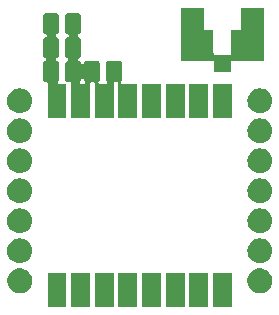
<source format=gts>
G04 #@! TF.GenerationSoftware,KiCad,Pcbnew,(5.1.4)-1*
G04 #@! TF.CreationDate,2019-10-27T13:01:12+01:00*
G04 #@! TF.ProjectId,project,70726f6a-6563-4742-9e6b-696361645f70,1b*
G04 #@! TF.SameCoordinates,Original*
G04 #@! TF.FileFunction,Soldermask,Top*
G04 #@! TF.FilePolarity,Negative*
%FSLAX46Y46*%
G04 Gerber Fmt 4.6, Leading zero omitted, Abs format (unit mm)*
G04 Created by KiCad (PCBNEW (5.1.4)-1) date 2019-10-27 13:01:12*
%MOMM*%
%LPD*%
G04 APERTURE LIST*
%ADD10C,0.100000*%
G04 APERTURE END LIST*
D10*
G36*
X135930300Y-101728200D02*
G01*
X134330300Y-101728200D01*
X134330300Y-98828200D01*
X135930300Y-98828200D01*
X135930300Y-101728200D01*
X135930300Y-101728200D01*
G37*
G36*
X133930300Y-101728200D02*
G01*
X132330300Y-101728200D01*
X132330300Y-98828200D01*
X133930300Y-98828200D01*
X133930300Y-101728200D01*
X133930300Y-101728200D01*
G37*
G36*
X121930300Y-101728200D02*
G01*
X120330300Y-101728200D01*
X120330300Y-98828200D01*
X121930300Y-98828200D01*
X121930300Y-101728200D01*
X121930300Y-101728200D01*
G37*
G36*
X123930300Y-101728200D02*
G01*
X122330300Y-101728200D01*
X122330300Y-98828200D01*
X123930300Y-98828200D01*
X123930300Y-101728200D01*
X123930300Y-101728200D01*
G37*
G36*
X125930300Y-101728200D02*
G01*
X124330300Y-101728200D01*
X124330300Y-98828200D01*
X125930300Y-98828200D01*
X125930300Y-101728200D01*
X125930300Y-101728200D01*
G37*
G36*
X127930300Y-101728200D02*
G01*
X126330300Y-101728200D01*
X126330300Y-98828200D01*
X127930300Y-98828200D01*
X127930300Y-101728200D01*
X127930300Y-101728200D01*
G37*
G36*
X129930300Y-101728200D02*
G01*
X128330300Y-101728200D01*
X128330300Y-98828200D01*
X129930300Y-98828200D01*
X129930300Y-101728200D01*
X129930300Y-101728200D01*
G37*
G36*
X131930300Y-101728200D02*
G01*
X130330300Y-101728200D01*
X130330300Y-98828200D01*
X131930300Y-98828200D01*
X131930300Y-101728200D01*
X131930300Y-101728200D01*
G37*
G36*
X118098987Y-98472227D02*
G01*
X118276574Y-98507550D01*
X118467662Y-98586702D01*
X118639636Y-98701611D01*
X118785889Y-98847864D01*
X118900798Y-99019838D01*
X118979950Y-99210926D01*
X119020300Y-99413784D01*
X119020300Y-99620616D01*
X118979950Y-99823474D01*
X118900798Y-100014562D01*
X118785889Y-100186536D01*
X118639636Y-100332789D01*
X118467662Y-100447698D01*
X118276574Y-100526850D01*
X118098987Y-100562173D01*
X118073717Y-100567200D01*
X117866883Y-100567200D01*
X117841613Y-100562173D01*
X117664026Y-100526850D01*
X117472938Y-100447698D01*
X117300964Y-100332789D01*
X117154711Y-100186536D01*
X117039802Y-100014562D01*
X116960650Y-99823474D01*
X116920300Y-99620616D01*
X116920300Y-99413784D01*
X116960650Y-99210926D01*
X117039802Y-99019838D01*
X117154711Y-98847864D01*
X117300964Y-98701611D01*
X117472938Y-98586702D01*
X117664026Y-98507550D01*
X117841613Y-98472227D01*
X117866883Y-98467200D01*
X118073717Y-98467200D01*
X118098987Y-98472227D01*
X118098987Y-98472227D01*
G37*
G36*
X138431687Y-98472227D02*
G01*
X138609274Y-98507550D01*
X138800362Y-98586702D01*
X138972336Y-98701611D01*
X139118589Y-98847864D01*
X139233498Y-99019838D01*
X139312650Y-99210926D01*
X139353000Y-99413784D01*
X139353000Y-99620616D01*
X139312650Y-99823474D01*
X139233498Y-100014562D01*
X139118589Y-100186536D01*
X138972336Y-100332789D01*
X138800362Y-100447698D01*
X138609274Y-100526850D01*
X138431687Y-100562173D01*
X138406417Y-100567200D01*
X138199583Y-100567200D01*
X138174313Y-100562173D01*
X137996726Y-100526850D01*
X137805638Y-100447698D01*
X137633664Y-100332789D01*
X137487411Y-100186536D01*
X137372502Y-100014562D01*
X137293350Y-99823474D01*
X137253000Y-99620616D01*
X137253000Y-99413784D01*
X137293350Y-99210926D01*
X137372502Y-99019838D01*
X137487411Y-98847864D01*
X137633664Y-98701611D01*
X137805638Y-98586702D01*
X137996726Y-98507550D01*
X138174313Y-98472227D01*
X138199583Y-98467200D01*
X138406417Y-98467200D01*
X138431687Y-98472227D01*
X138431687Y-98472227D01*
G37*
G36*
X138431707Y-95934797D02*
G01*
X138508836Y-95942393D01*
X138706762Y-96002433D01*
X138706765Y-96002434D01*
X138889170Y-96099932D01*
X139049055Y-96231145D01*
X139180268Y-96391030D01*
X139277766Y-96573435D01*
X139277767Y-96573438D01*
X139337807Y-96771364D01*
X139358080Y-96977200D01*
X139337807Y-97183036D01*
X139277767Y-97380962D01*
X139277766Y-97380965D01*
X139180268Y-97563370D01*
X139049055Y-97723255D01*
X138889170Y-97854468D01*
X138706765Y-97951966D01*
X138706762Y-97951967D01*
X138508836Y-98012007D01*
X138431707Y-98019603D01*
X138354580Y-98027200D01*
X138251420Y-98027200D01*
X138174293Y-98019603D01*
X138097164Y-98012007D01*
X137899238Y-97951967D01*
X137899235Y-97951966D01*
X137716830Y-97854468D01*
X137556945Y-97723255D01*
X137425732Y-97563370D01*
X137328234Y-97380965D01*
X137328233Y-97380962D01*
X137268193Y-97183036D01*
X137247920Y-96977200D01*
X137268193Y-96771364D01*
X137328233Y-96573438D01*
X137328234Y-96573435D01*
X137425732Y-96391030D01*
X137556945Y-96231145D01*
X137716830Y-96099932D01*
X137899235Y-96002434D01*
X137899238Y-96002433D01*
X138097164Y-95942393D01*
X138174293Y-95934797D01*
X138251420Y-95927200D01*
X138354580Y-95927200D01*
X138431707Y-95934797D01*
X138431707Y-95934797D01*
G37*
G36*
X118099007Y-95934797D02*
G01*
X118176136Y-95942393D01*
X118374062Y-96002433D01*
X118374065Y-96002434D01*
X118556470Y-96099932D01*
X118716355Y-96231145D01*
X118847568Y-96391030D01*
X118945066Y-96573435D01*
X118945067Y-96573438D01*
X119005107Y-96771364D01*
X119025380Y-96977200D01*
X119005107Y-97183036D01*
X118945067Y-97380962D01*
X118945066Y-97380965D01*
X118847568Y-97563370D01*
X118716355Y-97723255D01*
X118556470Y-97854468D01*
X118374065Y-97951966D01*
X118374062Y-97951967D01*
X118176136Y-98012007D01*
X118099007Y-98019603D01*
X118021880Y-98027200D01*
X117918720Y-98027200D01*
X117841593Y-98019603D01*
X117764464Y-98012007D01*
X117566538Y-97951967D01*
X117566535Y-97951966D01*
X117384130Y-97854468D01*
X117224245Y-97723255D01*
X117093032Y-97563370D01*
X116995534Y-97380965D01*
X116995533Y-97380962D01*
X116935493Y-97183036D01*
X116915220Y-96977200D01*
X116935493Y-96771364D01*
X116995533Y-96573438D01*
X116995534Y-96573435D01*
X117093032Y-96391030D01*
X117224245Y-96231145D01*
X117384130Y-96099932D01*
X117566535Y-96002434D01*
X117566538Y-96002433D01*
X117764464Y-95942393D01*
X117841593Y-95934797D01*
X117918720Y-95927200D01*
X118021880Y-95927200D01*
X118099007Y-95934797D01*
X118099007Y-95934797D01*
G37*
G36*
X118099007Y-93394796D02*
G01*
X118176136Y-93402393D01*
X118374062Y-93462433D01*
X118374065Y-93462434D01*
X118556470Y-93559932D01*
X118716355Y-93691145D01*
X118847568Y-93851030D01*
X118945066Y-94033435D01*
X118945067Y-94033438D01*
X119005107Y-94231364D01*
X119025380Y-94437200D01*
X119005107Y-94643036D01*
X118945067Y-94840962D01*
X118945066Y-94840965D01*
X118847568Y-95023370D01*
X118716355Y-95183255D01*
X118556470Y-95314468D01*
X118374065Y-95411966D01*
X118374062Y-95411967D01*
X118176136Y-95472007D01*
X118099007Y-95479603D01*
X118021880Y-95487200D01*
X117918720Y-95487200D01*
X117841593Y-95479603D01*
X117764464Y-95472007D01*
X117566538Y-95411967D01*
X117566535Y-95411966D01*
X117384130Y-95314468D01*
X117224245Y-95183255D01*
X117093032Y-95023370D01*
X116995534Y-94840965D01*
X116995533Y-94840962D01*
X116935493Y-94643036D01*
X116915220Y-94437200D01*
X116935493Y-94231364D01*
X116995533Y-94033438D01*
X116995534Y-94033435D01*
X117093032Y-93851030D01*
X117224245Y-93691145D01*
X117384130Y-93559932D01*
X117566535Y-93462434D01*
X117566538Y-93462433D01*
X117764464Y-93402393D01*
X117841593Y-93394796D01*
X117918720Y-93387200D01*
X118021880Y-93387200D01*
X118099007Y-93394796D01*
X118099007Y-93394796D01*
G37*
G36*
X138431707Y-93394796D02*
G01*
X138508836Y-93402393D01*
X138706762Y-93462433D01*
X138706765Y-93462434D01*
X138889170Y-93559932D01*
X139049055Y-93691145D01*
X139180268Y-93851030D01*
X139277766Y-94033435D01*
X139277767Y-94033438D01*
X139337807Y-94231364D01*
X139358080Y-94437200D01*
X139337807Y-94643036D01*
X139277767Y-94840962D01*
X139277766Y-94840965D01*
X139180268Y-95023370D01*
X139049055Y-95183255D01*
X138889170Y-95314468D01*
X138706765Y-95411966D01*
X138706762Y-95411967D01*
X138508836Y-95472007D01*
X138431707Y-95479603D01*
X138354580Y-95487200D01*
X138251420Y-95487200D01*
X138174293Y-95479603D01*
X138097164Y-95472007D01*
X137899238Y-95411967D01*
X137899235Y-95411966D01*
X137716830Y-95314468D01*
X137556945Y-95183255D01*
X137425732Y-95023370D01*
X137328234Y-94840965D01*
X137328233Y-94840962D01*
X137268193Y-94643036D01*
X137247920Y-94437200D01*
X137268193Y-94231364D01*
X137328233Y-94033438D01*
X137328234Y-94033435D01*
X137425732Y-93851030D01*
X137556945Y-93691145D01*
X137716830Y-93559932D01*
X137899235Y-93462434D01*
X137899238Y-93462433D01*
X138097164Y-93402393D01*
X138174293Y-93394796D01*
X138251420Y-93387200D01*
X138354580Y-93387200D01*
X138431707Y-93394796D01*
X138431707Y-93394796D01*
G37*
G36*
X118099007Y-90854797D02*
G01*
X118176136Y-90862393D01*
X118374062Y-90922433D01*
X118374065Y-90922434D01*
X118556470Y-91019932D01*
X118716355Y-91151145D01*
X118847568Y-91311030D01*
X118945066Y-91493435D01*
X118945067Y-91493438D01*
X119005107Y-91691364D01*
X119025380Y-91897200D01*
X119005107Y-92103036D01*
X118945067Y-92300962D01*
X118945066Y-92300965D01*
X118847568Y-92483370D01*
X118716355Y-92643255D01*
X118556470Y-92774468D01*
X118374065Y-92871966D01*
X118374062Y-92871967D01*
X118176136Y-92932007D01*
X118099007Y-92939603D01*
X118021880Y-92947200D01*
X117918720Y-92947200D01*
X117841593Y-92939603D01*
X117764464Y-92932007D01*
X117566538Y-92871967D01*
X117566535Y-92871966D01*
X117384130Y-92774468D01*
X117224245Y-92643255D01*
X117093032Y-92483370D01*
X116995534Y-92300965D01*
X116995533Y-92300962D01*
X116935493Y-92103036D01*
X116915220Y-91897200D01*
X116935493Y-91691364D01*
X116995533Y-91493438D01*
X116995534Y-91493435D01*
X117093032Y-91311030D01*
X117224245Y-91151145D01*
X117384130Y-91019932D01*
X117566535Y-90922434D01*
X117566538Y-90922433D01*
X117764464Y-90862393D01*
X117841593Y-90854797D01*
X117918720Y-90847200D01*
X118021880Y-90847200D01*
X118099007Y-90854797D01*
X118099007Y-90854797D01*
G37*
G36*
X138431707Y-90854797D02*
G01*
X138508836Y-90862393D01*
X138706762Y-90922433D01*
X138706765Y-90922434D01*
X138889170Y-91019932D01*
X139049055Y-91151145D01*
X139180268Y-91311030D01*
X139277766Y-91493435D01*
X139277767Y-91493438D01*
X139337807Y-91691364D01*
X139358080Y-91897200D01*
X139337807Y-92103036D01*
X139277767Y-92300962D01*
X139277766Y-92300965D01*
X139180268Y-92483370D01*
X139049055Y-92643255D01*
X138889170Y-92774468D01*
X138706765Y-92871966D01*
X138706762Y-92871967D01*
X138508836Y-92932007D01*
X138431707Y-92939603D01*
X138354580Y-92947200D01*
X138251420Y-92947200D01*
X138174293Y-92939603D01*
X138097164Y-92932007D01*
X137899238Y-92871967D01*
X137899235Y-92871966D01*
X137716830Y-92774468D01*
X137556945Y-92643255D01*
X137425732Y-92483370D01*
X137328234Y-92300965D01*
X137328233Y-92300962D01*
X137268193Y-92103036D01*
X137247920Y-91897200D01*
X137268193Y-91691364D01*
X137328233Y-91493438D01*
X137328234Y-91493435D01*
X137425732Y-91311030D01*
X137556945Y-91151145D01*
X137716830Y-91019932D01*
X137899235Y-90922434D01*
X137899238Y-90922433D01*
X138097164Y-90862393D01*
X138174293Y-90854797D01*
X138251420Y-90847200D01*
X138354580Y-90847200D01*
X138431707Y-90854797D01*
X138431707Y-90854797D01*
G37*
G36*
X118099007Y-88314796D02*
G01*
X118176136Y-88322393D01*
X118374062Y-88382433D01*
X118374065Y-88382434D01*
X118556470Y-88479932D01*
X118716355Y-88611145D01*
X118847568Y-88771030D01*
X118945066Y-88953435D01*
X118945067Y-88953438D01*
X119005107Y-89151364D01*
X119025380Y-89357200D01*
X119005107Y-89563036D01*
X118945067Y-89760962D01*
X118945066Y-89760965D01*
X118847568Y-89943370D01*
X118716355Y-90103255D01*
X118556470Y-90234468D01*
X118374065Y-90331966D01*
X118374062Y-90331967D01*
X118176136Y-90392007D01*
X118099007Y-90399603D01*
X118021880Y-90407200D01*
X117918720Y-90407200D01*
X117841593Y-90399603D01*
X117764464Y-90392007D01*
X117566538Y-90331967D01*
X117566535Y-90331966D01*
X117384130Y-90234468D01*
X117224245Y-90103255D01*
X117093032Y-89943370D01*
X116995534Y-89760965D01*
X116995533Y-89760962D01*
X116935493Y-89563036D01*
X116915220Y-89357200D01*
X116935493Y-89151364D01*
X116995533Y-88953438D01*
X116995534Y-88953435D01*
X117093032Y-88771030D01*
X117224245Y-88611145D01*
X117384130Y-88479932D01*
X117566535Y-88382434D01*
X117566538Y-88382433D01*
X117764464Y-88322393D01*
X117841593Y-88314796D01*
X117918720Y-88307200D01*
X118021880Y-88307200D01*
X118099007Y-88314796D01*
X118099007Y-88314796D01*
G37*
G36*
X138431707Y-88314796D02*
G01*
X138508836Y-88322393D01*
X138706762Y-88382433D01*
X138706765Y-88382434D01*
X138889170Y-88479932D01*
X139049055Y-88611145D01*
X139180268Y-88771030D01*
X139277766Y-88953435D01*
X139277767Y-88953438D01*
X139337807Y-89151364D01*
X139358080Y-89357200D01*
X139337807Y-89563036D01*
X139277767Y-89760962D01*
X139277766Y-89760965D01*
X139180268Y-89943370D01*
X139049055Y-90103255D01*
X138889170Y-90234468D01*
X138706765Y-90331966D01*
X138706762Y-90331967D01*
X138508836Y-90392007D01*
X138431707Y-90399603D01*
X138354580Y-90407200D01*
X138251420Y-90407200D01*
X138174293Y-90399603D01*
X138097164Y-90392007D01*
X137899238Y-90331967D01*
X137899235Y-90331966D01*
X137716830Y-90234468D01*
X137556945Y-90103255D01*
X137425732Y-89943370D01*
X137328234Y-89760965D01*
X137328233Y-89760962D01*
X137268193Y-89563036D01*
X137247920Y-89357200D01*
X137268193Y-89151364D01*
X137328233Y-88953438D01*
X137328234Y-88953435D01*
X137425732Y-88771030D01*
X137556945Y-88611145D01*
X137716830Y-88479932D01*
X137899235Y-88382434D01*
X137899238Y-88382433D01*
X138097164Y-88322393D01*
X138174293Y-88314796D01*
X138251420Y-88307200D01*
X138354580Y-88307200D01*
X138431707Y-88314796D01*
X138431707Y-88314796D01*
G37*
G36*
X118099007Y-85774797D02*
G01*
X118176136Y-85782393D01*
X118374062Y-85842433D01*
X118374065Y-85842434D01*
X118556470Y-85939932D01*
X118716355Y-86071145D01*
X118847568Y-86231030D01*
X118945066Y-86413435D01*
X118945067Y-86413438D01*
X119005107Y-86611364D01*
X119025380Y-86817200D01*
X119005107Y-87023036D01*
X118945067Y-87220962D01*
X118945066Y-87220965D01*
X118847568Y-87403370D01*
X118716355Y-87563255D01*
X118556470Y-87694468D01*
X118374065Y-87791966D01*
X118374062Y-87791967D01*
X118176136Y-87852007D01*
X118099007Y-87859604D01*
X118021880Y-87867200D01*
X117918720Y-87867200D01*
X117841593Y-87859604D01*
X117764464Y-87852007D01*
X117566538Y-87791967D01*
X117566535Y-87791966D01*
X117384130Y-87694468D01*
X117224245Y-87563255D01*
X117093032Y-87403370D01*
X116995534Y-87220965D01*
X116995533Y-87220962D01*
X116935493Y-87023036D01*
X116915220Y-86817200D01*
X116935493Y-86611364D01*
X116995533Y-86413438D01*
X116995534Y-86413435D01*
X117093032Y-86231030D01*
X117224245Y-86071145D01*
X117384130Y-85939932D01*
X117566535Y-85842434D01*
X117566538Y-85842433D01*
X117764464Y-85782393D01*
X117841593Y-85774797D01*
X117918720Y-85767200D01*
X118021880Y-85767200D01*
X118099007Y-85774797D01*
X118099007Y-85774797D01*
G37*
G36*
X138431707Y-85774797D02*
G01*
X138508836Y-85782393D01*
X138706762Y-85842433D01*
X138706765Y-85842434D01*
X138889170Y-85939932D01*
X139049055Y-86071145D01*
X139180268Y-86231030D01*
X139277766Y-86413435D01*
X139277767Y-86413438D01*
X139337807Y-86611364D01*
X139358080Y-86817200D01*
X139337807Y-87023036D01*
X139277767Y-87220962D01*
X139277766Y-87220965D01*
X139180268Y-87403370D01*
X139049055Y-87563255D01*
X138889170Y-87694468D01*
X138706765Y-87791966D01*
X138706762Y-87791967D01*
X138508836Y-87852007D01*
X138431707Y-87859604D01*
X138354580Y-87867200D01*
X138251420Y-87867200D01*
X138174293Y-87859604D01*
X138097164Y-87852007D01*
X137899238Y-87791967D01*
X137899235Y-87791966D01*
X137716830Y-87694468D01*
X137556945Y-87563255D01*
X137425732Y-87403370D01*
X137328234Y-87220965D01*
X137328233Y-87220962D01*
X137268193Y-87023036D01*
X137247920Y-86817200D01*
X137268193Y-86611364D01*
X137328233Y-86413438D01*
X137328234Y-86413435D01*
X137425732Y-86231030D01*
X137556945Y-86071145D01*
X137716830Y-85939932D01*
X137899235Y-85842434D01*
X137899238Y-85842433D01*
X138097164Y-85782393D01*
X138174293Y-85774797D01*
X138251420Y-85767200D01*
X138354580Y-85767200D01*
X138431707Y-85774797D01*
X138431707Y-85774797D01*
G37*
G36*
X131930300Y-85728200D02*
G01*
X130330300Y-85728200D01*
X130330300Y-82828200D01*
X131930300Y-82828200D01*
X131930300Y-85728200D01*
X131930300Y-85728200D01*
G37*
G36*
X135930300Y-85728200D02*
G01*
X134330300Y-85728200D01*
X134330300Y-82828200D01*
X135930300Y-82828200D01*
X135930300Y-85728200D01*
X135930300Y-85728200D01*
G37*
G36*
X133930300Y-85728200D02*
G01*
X132330300Y-85728200D01*
X132330300Y-82828200D01*
X133930300Y-82828200D01*
X133930300Y-85728200D01*
X133930300Y-85728200D01*
G37*
G36*
X121092979Y-76857937D02*
G01*
X121145627Y-76873908D01*
X121194148Y-76899842D01*
X121236675Y-76934745D01*
X121271578Y-76977272D01*
X121297512Y-77025793D01*
X121313483Y-77078441D01*
X121319480Y-77139330D01*
X121319480Y-78364550D01*
X121313483Y-78425439D01*
X121297512Y-78478087D01*
X121271578Y-78526608D01*
X121236675Y-78569135D01*
X121194148Y-78604038D01*
X121145627Y-78629972D01*
X121089319Y-78647053D01*
X121066680Y-78656431D01*
X121046306Y-78670044D01*
X121028979Y-78687371D01*
X121015365Y-78707746D01*
X121005988Y-78730384D01*
X121001207Y-78754418D01*
X121001207Y-78778922D01*
X121005987Y-78802955D01*
X121015365Y-78825594D01*
X121028978Y-78845968D01*
X121046305Y-78863295D01*
X121066680Y-78876909D01*
X121089319Y-78886287D01*
X121145627Y-78903368D01*
X121194148Y-78929302D01*
X121236675Y-78964205D01*
X121271578Y-79006732D01*
X121297512Y-79055253D01*
X121313483Y-79107901D01*
X121319480Y-79168790D01*
X121319480Y-80394010D01*
X121313483Y-80454899D01*
X121297512Y-80507547D01*
X121271578Y-80556068D01*
X121236675Y-80598595D01*
X121194148Y-80633498D01*
X121145627Y-80659432D01*
X121116463Y-80668279D01*
X121093824Y-80677657D01*
X121073450Y-80691270D01*
X121056123Y-80708597D01*
X121042509Y-80728972D01*
X121033132Y-80751610D01*
X121028351Y-80775644D01*
X121028351Y-80800148D01*
X121033131Y-80824181D01*
X121042509Y-80846820D01*
X121056122Y-80867194D01*
X121073449Y-80884521D01*
X121093824Y-80898135D01*
X121116461Y-80907512D01*
X121132925Y-80912506D01*
X121181448Y-80938442D01*
X121223975Y-80973345D01*
X121258878Y-81015872D01*
X121284812Y-81064393D01*
X121300783Y-81117041D01*
X121306780Y-81177930D01*
X121306780Y-82403150D01*
X121300783Y-82464039D01*
X121284812Y-82516687D01*
X121258878Y-82565208D01*
X121222812Y-82609153D01*
X121208062Y-82623903D01*
X121194449Y-82644277D01*
X121185071Y-82666916D01*
X121180291Y-82690949D01*
X121180291Y-82715453D01*
X121185072Y-82739487D01*
X121194449Y-82762125D01*
X121208063Y-82782500D01*
X121225390Y-82799827D01*
X121245764Y-82813440D01*
X121268403Y-82822818D01*
X121304688Y-82828200D01*
X121808872Y-82828200D01*
X121833258Y-82825798D01*
X121856707Y-82818685D01*
X121878318Y-82807134D01*
X121897260Y-82791589D01*
X121912805Y-82772647D01*
X121924356Y-82751036D01*
X121931469Y-82727587D01*
X121933871Y-82703201D01*
X121931469Y-82678815D01*
X121924356Y-82655366D01*
X121912805Y-82633755D01*
X121893060Y-82611970D01*
X121854682Y-82565208D01*
X121828748Y-82516687D01*
X121812777Y-82464039D01*
X121806780Y-82403150D01*
X121806780Y-81177930D01*
X121812777Y-81117041D01*
X121828748Y-81064393D01*
X121854682Y-81015872D01*
X121889585Y-80973345D01*
X121932112Y-80938442D01*
X121980633Y-80912508D01*
X122009797Y-80903661D01*
X122032436Y-80894283D01*
X122052810Y-80880670D01*
X122070137Y-80863343D01*
X122083751Y-80842968D01*
X122093128Y-80820330D01*
X122097909Y-80796296D01*
X122097909Y-80771792D01*
X122093129Y-80747759D01*
X122083751Y-80725120D01*
X122070138Y-80704746D01*
X122052811Y-80687419D01*
X122032436Y-80673805D01*
X122009799Y-80664428D01*
X121993335Y-80659434D01*
X121944812Y-80633498D01*
X121902285Y-80598595D01*
X121867382Y-80556068D01*
X121841448Y-80507547D01*
X121825477Y-80454899D01*
X121819480Y-80394010D01*
X121819480Y-79168790D01*
X121825477Y-79107901D01*
X121841448Y-79055253D01*
X121867382Y-79006732D01*
X121902285Y-78964205D01*
X121944812Y-78929302D01*
X121993333Y-78903368D01*
X122049641Y-78886287D01*
X122072280Y-78876909D01*
X122092654Y-78863296D01*
X122109981Y-78845969D01*
X122123595Y-78825594D01*
X122132972Y-78802956D01*
X122137753Y-78778922D01*
X122137753Y-78754418D01*
X122132973Y-78730385D01*
X122123595Y-78707746D01*
X122109982Y-78687372D01*
X122092655Y-78670045D01*
X122072280Y-78656431D01*
X122049641Y-78647053D01*
X121993333Y-78629972D01*
X121944812Y-78604038D01*
X121902285Y-78569135D01*
X121867382Y-78526608D01*
X121841448Y-78478087D01*
X121825477Y-78425439D01*
X121819480Y-78364550D01*
X121819480Y-77139330D01*
X121825477Y-77078441D01*
X121841448Y-77025793D01*
X121867382Y-76977272D01*
X121902285Y-76934745D01*
X121944812Y-76899842D01*
X121993333Y-76873908D01*
X122045981Y-76857937D01*
X122106870Y-76851940D01*
X122907090Y-76851940D01*
X122967979Y-76857937D01*
X123020627Y-76873908D01*
X123069148Y-76899842D01*
X123111675Y-76934745D01*
X123146578Y-76977272D01*
X123172512Y-77025793D01*
X123188483Y-77078441D01*
X123194480Y-77139330D01*
X123194480Y-78364550D01*
X123188483Y-78425439D01*
X123172512Y-78478087D01*
X123146578Y-78526608D01*
X123111675Y-78569135D01*
X123069148Y-78604038D01*
X123020627Y-78629972D01*
X122964319Y-78647053D01*
X122941680Y-78656431D01*
X122921306Y-78670044D01*
X122903979Y-78687371D01*
X122890365Y-78707746D01*
X122880988Y-78730384D01*
X122876207Y-78754418D01*
X122876207Y-78778922D01*
X122880987Y-78802955D01*
X122890365Y-78825594D01*
X122903978Y-78845968D01*
X122921305Y-78863295D01*
X122941680Y-78876909D01*
X122964319Y-78886287D01*
X123020627Y-78903368D01*
X123069148Y-78929302D01*
X123111675Y-78964205D01*
X123146578Y-79006732D01*
X123172512Y-79055253D01*
X123188483Y-79107901D01*
X123194480Y-79168790D01*
X123194480Y-80394010D01*
X123188483Y-80454899D01*
X123172512Y-80507547D01*
X123146578Y-80556068D01*
X123111675Y-80598595D01*
X123069148Y-80633498D01*
X123020627Y-80659432D01*
X122991463Y-80668279D01*
X122968824Y-80677657D01*
X122948450Y-80691270D01*
X122931123Y-80708597D01*
X122917509Y-80728972D01*
X122908132Y-80751610D01*
X122903351Y-80775644D01*
X122903351Y-80800148D01*
X122908131Y-80824181D01*
X122917509Y-80846820D01*
X122931122Y-80867194D01*
X122948449Y-80884521D01*
X122968824Y-80898135D01*
X122991461Y-80907512D01*
X123007925Y-80912506D01*
X123056448Y-80938442D01*
X123098975Y-80973345D01*
X123133878Y-81015872D01*
X123159812Y-81064393D01*
X123166903Y-81087768D01*
X123176281Y-81110407D01*
X123189894Y-81130781D01*
X123207221Y-81148108D01*
X123227596Y-81161722D01*
X123250235Y-81171100D01*
X123274268Y-81175880D01*
X123298772Y-81175880D01*
X123322805Y-81171100D01*
X123345444Y-81161722D01*
X123365818Y-81148109D01*
X123383145Y-81130782D01*
X123396759Y-81110407D01*
X123406137Y-81087768D01*
X123413228Y-81064393D01*
X123439162Y-81015872D01*
X123474065Y-80973345D01*
X123516592Y-80938442D01*
X123565113Y-80912508D01*
X123617761Y-80896537D01*
X123678650Y-80890540D01*
X124478870Y-80890540D01*
X124539759Y-80896537D01*
X124592407Y-80912508D01*
X124640928Y-80938442D01*
X124683455Y-80973345D01*
X124718358Y-81015872D01*
X124744292Y-81064393D01*
X124760263Y-81117041D01*
X124766260Y-81177930D01*
X124766260Y-82403150D01*
X124760263Y-82464039D01*
X124744292Y-82516687D01*
X124718358Y-82565208D01*
X124682292Y-82609153D01*
X124667542Y-82623903D01*
X124653929Y-82644277D01*
X124644551Y-82666916D01*
X124639771Y-82690949D01*
X124639771Y-82715453D01*
X124644552Y-82739487D01*
X124653929Y-82762125D01*
X124667543Y-82782500D01*
X124684870Y-82799827D01*
X124705244Y-82813440D01*
X124727883Y-82822818D01*
X124764168Y-82828200D01*
X125268352Y-82828200D01*
X125292738Y-82825798D01*
X125316187Y-82818685D01*
X125337798Y-82807134D01*
X125356740Y-82791589D01*
X125372285Y-82772647D01*
X125383836Y-82751036D01*
X125390949Y-82727587D01*
X125393351Y-82703201D01*
X125390949Y-82678815D01*
X125383836Y-82655366D01*
X125372285Y-82633755D01*
X125352540Y-82611970D01*
X125314162Y-82565208D01*
X125288228Y-82516687D01*
X125272257Y-82464039D01*
X125266260Y-82403150D01*
X125266260Y-81177930D01*
X125272257Y-81117041D01*
X125288228Y-81064393D01*
X125314162Y-81015872D01*
X125349065Y-80973345D01*
X125391592Y-80938442D01*
X125440113Y-80912508D01*
X125492761Y-80896537D01*
X125553650Y-80890540D01*
X126353870Y-80890540D01*
X126414759Y-80896537D01*
X126467407Y-80912508D01*
X126515928Y-80938442D01*
X126558455Y-80973345D01*
X126593358Y-81015872D01*
X126619292Y-81064393D01*
X126635263Y-81117041D01*
X126641260Y-81177930D01*
X126641260Y-82403150D01*
X126635263Y-82464039D01*
X126619292Y-82516687D01*
X126593358Y-82565208D01*
X126557292Y-82609153D01*
X126542542Y-82623903D01*
X126528929Y-82644277D01*
X126519551Y-82666916D01*
X126514771Y-82690949D01*
X126514771Y-82715453D01*
X126519552Y-82739487D01*
X126528929Y-82762125D01*
X126542543Y-82782500D01*
X126559870Y-82799827D01*
X126580244Y-82813440D01*
X126602883Y-82822818D01*
X126639168Y-82828200D01*
X127930300Y-82828200D01*
X127930300Y-85728200D01*
X126330300Y-85728200D01*
X126330300Y-82815539D01*
X126327898Y-82791153D01*
X126320785Y-82767704D01*
X126309234Y-82746093D01*
X126293689Y-82727151D01*
X126274747Y-82711606D01*
X126253136Y-82700055D01*
X126229687Y-82692942D01*
X126205301Y-82690540D01*
X126055299Y-82690540D01*
X126030913Y-82692942D01*
X126007464Y-82700055D01*
X125985853Y-82711606D01*
X125966911Y-82727151D01*
X125951366Y-82746093D01*
X125939815Y-82767704D01*
X125932702Y-82791153D01*
X125930300Y-82815539D01*
X125930300Y-85728200D01*
X124330300Y-85728200D01*
X124330300Y-82815539D01*
X124327898Y-82791153D01*
X124320785Y-82767704D01*
X124309234Y-82746093D01*
X124293689Y-82727151D01*
X124274747Y-82711606D01*
X124253136Y-82700055D01*
X124229687Y-82692942D01*
X124205301Y-82690540D01*
X124055299Y-82690540D01*
X124030913Y-82692942D01*
X124007464Y-82700055D01*
X123985853Y-82711606D01*
X123966911Y-82727151D01*
X123951366Y-82746093D01*
X123939815Y-82767704D01*
X123932702Y-82791153D01*
X123930300Y-82815539D01*
X123930300Y-85728200D01*
X122330300Y-85728200D01*
X122330300Y-82815539D01*
X122327898Y-82791153D01*
X122320785Y-82767704D01*
X122309234Y-82746093D01*
X122293689Y-82727151D01*
X122274747Y-82711606D01*
X122253136Y-82700055D01*
X122229687Y-82692942D01*
X122209454Y-82690949D01*
X123055291Y-82690949D01*
X123055291Y-82715453D01*
X123060072Y-82739487D01*
X123069449Y-82762125D01*
X123083063Y-82782500D01*
X123100390Y-82799827D01*
X123120764Y-82813440D01*
X123143403Y-82822818D01*
X123179688Y-82828200D01*
X123393352Y-82828200D01*
X123417738Y-82825798D01*
X123441187Y-82818685D01*
X123462798Y-82807134D01*
X123481740Y-82791589D01*
X123497285Y-82772647D01*
X123508836Y-82751036D01*
X123515949Y-82727587D01*
X123518351Y-82703201D01*
X123515949Y-82678815D01*
X123508836Y-82655366D01*
X123497285Y-82633755D01*
X123477540Y-82611970D01*
X123439162Y-82565208D01*
X123413228Y-82516687D01*
X123406137Y-82493312D01*
X123396759Y-82470673D01*
X123383146Y-82450299D01*
X123365819Y-82432972D01*
X123345444Y-82419358D01*
X123322805Y-82409980D01*
X123298772Y-82405200D01*
X123274268Y-82405200D01*
X123250235Y-82409980D01*
X123227596Y-82419358D01*
X123207222Y-82432971D01*
X123189895Y-82450298D01*
X123176281Y-82470673D01*
X123166903Y-82493312D01*
X123159812Y-82516687D01*
X123133878Y-82565208D01*
X123097812Y-82609153D01*
X123083062Y-82623903D01*
X123069449Y-82644277D01*
X123060071Y-82666916D01*
X123055291Y-82690949D01*
X122209454Y-82690949D01*
X122205301Y-82690540D01*
X122094171Y-82690540D01*
X122067552Y-82687918D01*
X122043048Y-82687918D01*
X122019015Y-82692698D01*
X121996376Y-82702075D01*
X121976001Y-82715689D01*
X121958674Y-82733016D01*
X121945060Y-82753390D01*
X121935683Y-82776029D01*
X121930902Y-82800062D01*
X121930300Y-82812315D01*
X121930300Y-85728200D01*
X120330300Y-85728200D01*
X120330300Y-82814778D01*
X120327898Y-82790392D01*
X120320785Y-82766943D01*
X120309234Y-82745332D01*
X120293689Y-82726390D01*
X120274747Y-82710845D01*
X120253136Y-82699294D01*
X120217554Y-82690381D01*
X120158281Y-82684543D01*
X120105633Y-82668572D01*
X120057112Y-82642638D01*
X120014585Y-82607735D01*
X119979682Y-82565208D01*
X119953748Y-82516687D01*
X119937777Y-82464039D01*
X119931780Y-82403150D01*
X119931780Y-81177930D01*
X119937777Y-81117041D01*
X119953748Y-81064393D01*
X119979682Y-81015872D01*
X120014585Y-80973345D01*
X120057112Y-80938442D01*
X120105633Y-80912508D01*
X120134797Y-80903661D01*
X120157436Y-80894283D01*
X120177810Y-80880670D01*
X120195137Y-80863343D01*
X120208751Y-80842968D01*
X120218128Y-80820330D01*
X120222909Y-80796296D01*
X120222909Y-80771792D01*
X120218129Y-80747759D01*
X120208751Y-80725120D01*
X120195138Y-80704746D01*
X120177811Y-80687419D01*
X120157436Y-80673805D01*
X120134799Y-80664428D01*
X120118335Y-80659434D01*
X120069812Y-80633498D01*
X120027285Y-80598595D01*
X119992382Y-80556068D01*
X119966448Y-80507547D01*
X119950477Y-80454899D01*
X119944480Y-80394010D01*
X119944480Y-79168790D01*
X119950477Y-79107901D01*
X119966448Y-79055253D01*
X119992382Y-79006732D01*
X120027285Y-78964205D01*
X120069812Y-78929302D01*
X120118333Y-78903368D01*
X120174641Y-78886287D01*
X120197280Y-78876909D01*
X120217654Y-78863296D01*
X120234981Y-78845969D01*
X120248595Y-78825594D01*
X120257972Y-78802956D01*
X120262753Y-78778922D01*
X120262753Y-78754418D01*
X120257973Y-78730385D01*
X120248595Y-78707746D01*
X120234982Y-78687372D01*
X120217655Y-78670045D01*
X120197280Y-78656431D01*
X120174641Y-78647053D01*
X120118333Y-78629972D01*
X120069812Y-78604038D01*
X120027285Y-78569135D01*
X119992382Y-78526608D01*
X119966448Y-78478087D01*
X119950477Y-78425439D01*
X119944480Y-78364550D01*
X119944480Y-77139330D01*
X119950477Y-77078441D01*
X119966448Y-77025793D01*
X119992382Y-76977272D01*
X120027285Y-76934745D01*
X120069812Y-76899842D01*
X120118333Y-76873908D01*
X120170981Y-76857937D01*
X120231870Y-76851940D01*
X121032090Y-76851940D01*
X121092979Y-76857937D01*
X121092979Y-76857937D01*
G37*
G36*
X129930300Y-85728200D02*
G01*
X128330300Y-85728200D01*
X128330300Y-82828200D01*
X129930300Y-82828200D01*
X129930300Y-85728200D01*
X129930300Y-85728200D01*
G37*
G36*
X138431707Y-83234796D02*
G01*
X138508836Y-83242393D01*
X138706762Y-83302433D01*
X138706765Y-83302434D01*
X138889170Y-83399932D01*
X139049055Y-83531145D01*
X139180268Y-83691030D01*
X139277766Y-83873435D01*
X139277767Y-83873438D01*
X139337807Y-84071364D01*
X139358080Y-84277200D01*
X139337807Y-84483036D01*
X139277767Y-84680962D01*
X139277766Y-84680965D01*
X139180268Y-84863370D01*
X139049055Y-85023255D01*
X138889170Y-85154468D01*
X138706765Y-85251966D01*
X138706762Y-85251967D01*
X138508836Y-85312007D01*
X138431707Y-85319603D01*
X138354580Y-85327200D01*
X138251420Y-85327200D01*
X138174293Y-85319603D01*
X138097164Y-85312007D01*
X137899238Y-85251967D01*
X137899235Y-85251966D01*
X137716830Y-85154468D01*
X137556945Y-85023255D01*
X137425732Y-84863370D01*
X137328234Y-84680965D01*
X137328233Y-84680962D01*
X137268193Y-84483036D01*
X137247920Y-84277200D01*
X137268193Y-84071364D01*
X137328233Y-83873438D01*
X137328234Y-83873435D01*
X137425732Y-83691030D01*
X137556945Y-83531145D01*
X137716830Y-83399932D01*
X137899235Y-83302434D01*
X137899238Y-83302433D01*
X138097164Y-83242393D01*
X138174293Y-83234796D01*
X138251420Y-83227200D01*
X138354580Y-83227200D01*
X138431707Y-83234796D01*
X138431707Y-83234796D01*
G37*
G36*
X118099007Y-83234796D02*
G01*
X118176136Y-83242393D01*
X118374062Y-83302433D01*
X118374065Y-83302434D01*
X118556470Y-83399932D01*
X118716355Y-83531145D01*
X118847568Y-83691030D01*
X118945066Y-83873435D01*
X118945067Y-83873438D01*
X119005107Y-84071364D01*
X119025380Y-84277200D01*
X119005107Y-84483036D01*
X118945067Y-84680962D01*
X118945066Y-84680965D01*
X118847568Y-84863370D01*
X118716355Y-85023255D01*
X118556470Y-85154468D01*
X118374065Y-85251966D01*
X118374062Y-85251967D01*
X118176136Y-85312007D01*
X118099007Y-85319603D01*
X118021880Y-85327200D01*
X117918720Y-85327200D01*
X117841593Y-85319603D01*
X117764464Y-85312007D01*
X117566538Y-85251967D01*
X117566535Y-85251966D01*
X117384130Y-85154468D01*
X117224245Y-85023255D01*
X117093032Y-84863370D01*
X116995534Y-84680965D01*
X116995533Y-84680962D01*
X116935493Y-84483036D01*
X116915220Y-84277200D01*
X116935493Y-84071364D01*
X116995533Y-83873438D01*
X116995534Y-83873435D01*
X117093032Y-83691030D01*
X117224245Y-83531145D01*
X117384130Y-83399932D01*
X117566535Y-83302434D01*
X117566538Y-83302433D01*
X117764464Y-83242393D01*
X117841593Y-83234796D01*
X117918720Y-83227200D01*
X118021880Y-83227200D01*
X118099007Y-83234796D01*
X118099007Y-83234796D01*
G37*
G36*
X133548200Y-78168801D02*
G01*
X133550602Y-78193187D01*
X133557715Y-78216636D01*
X133569266Y-78238247D01*
X133584811Y-78257189D01*
X133603753Y-78272734D01*
X133625364Y-78284285D01*
X133648813Y-78291398D01*
X133673199Y-78293800D01*
X134376200Y-78293800D01*
X134376200Y-80248801D01*
X134378602Y-80273187D01*
X134385715Y-80296636D01*
X134397266Y-80318247D01*
X134412811Y-80337189D01*
X134431753Y-80352734D01*
X134453364Y-80364285D01*
X134476813Y-80371398D01*
X134501199Y-80373800D01*
X135751201Y-80373800D01*
X135775587Y-80371398D01*
X135799036Y-80364285D01*
X135820647Y-80352734D01*
X135839589Y-80337189D01*
X135855134Y-80318247D01*
X135866685Y-80296636D01*
X135873798Y-80273187D01*
X135876200Y-80248801D01*
X135876200Y-78293800D01*
X136579201Y-78293800D01*
X136603587Y-78291398D01*
X136627036Y-78284285D01*
X136648647Y-78272734D01*
X136667589Y-78257189D01*
X136683134Y-78238247D01*
X136694685Y-78216636D01*
X136701798Y-78193187D01*
X136704200Y-78168801D01*
X136704200Y-76431800D01*
X138628200Y-76431800D01*
X138628200Y-80895800D01*
X136599506Y-80895800D01*
X136579201Y-80893800D01*
X135951199Y-80893800D01*
X135926813Y-80896202D01*
X135903364Y-80903315D01*
X135881753Y-80914866D01*
X135862811Y-80930411D01*
X135847266Y-80949353D01*
X135835715Y-80970964D01*
X135828602Y-80994413D01*
X135826200Y-81018799D01*
X135826200Y-81823800D01*
X134426200Y-81823800D01*
X134426200Y-81018799D01*
X134423798Y-80994413D01*
X134416685Y-80970964D01*
X134405134Y-80949353D01*
X134389589Y-80930411D01*
X134370647Y-80914866D01*
X134349036Y-80903315D01*
X134325587Y-80896202D01*
X134301201Y-80893800D01*
X133673199Y-80893800D01*
X133652894Y-80895800D01*
X131624200Y-80895800D01*
X131624200Y-76431800D01*
X133548200Y-76431800D01*
X133548200Y-78168801D01*
X133548200Y-78168801D01*
G37*
M02*

</source>
